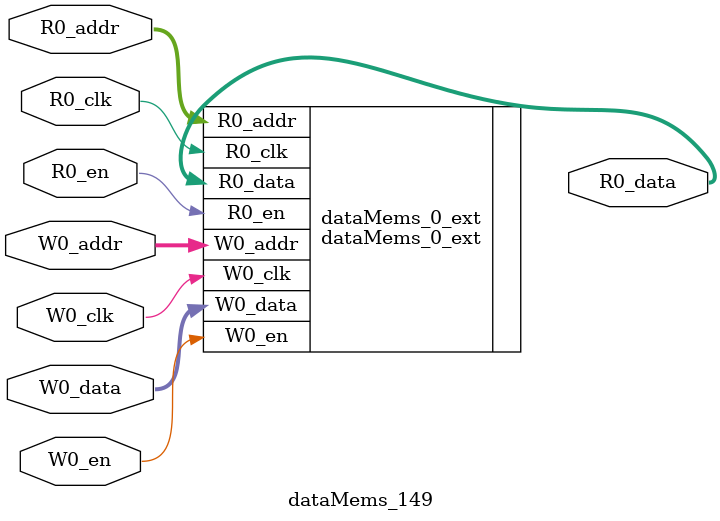
<source format=sv>
`ifndef RANDOMIZE
  `ifdef RANDOMIZE_REG_INIT
    `define RANDOMIZE
  `endif // RANDOMIZE_REG_INIT
`endif // not def RANDOMIZE
`ifndef RANDOMIZE
  `ifdef RANDOMIZE_MEM_INIT
    `define RANDOMIZE
  `endif // RANDOMIZE_MEM_INIT
`endif // not def RANDOMIZE

`ifndef RANDOM
  `define RANDOM $random
`endif // not def RANDOM

// Users can define 'PRINTF_COND' to add an extra gate to prints.
`ifndef PRINTF_COND_
  `ifdef PRINTF_COND
    `define PRINTF_COND_ (`PRINTF_COND)
  `else  // PRINTF_COND
    `define PRINTF_COND_ 1
  `endif // PRINTF_COND
`endif // not def PRINTF_COND_

// Users can define 'ASSERT_VERBOSE_COND' to add an extra gate to assert error printing.
`ifndef ASSERT_VERBOSE_COND_
  `ifdef ASSERT_VERBOSE_COND
    `define ASSERT_VERBOSE_COND_ (`ASSERT_VERBOSE_COND)
  `else  // ASSERT_VERBOSE_COND
    `define ASSERT_VERBOSE_COND_ 1
  `endif // ASSERT_VERBOSE_COND
`endif // not def ASSERT_VERBOSE_COND_

// Users can define 'STOP_COND' to add an extra gate to stop conditions.
`ifndef STOP_COND_
  `ifdef STOP_COND
    `define STOP_COND_ (`STOP_COND)
  `else  // STOP_COND
    `define STOP_COND_ 1
  `endif // STOP_COND
`endif // not def STOP_COND_

// Users can define INIT_RANDOM as general code that gets injected into the
// initializer block for modules with registers.
`ifndef INIT_RANDOM
  `define INIT_RANDOM
`endif // not def INIT_RANDOM

// If using random initialization, you can also define RANDOMIZE_DELAY to
// customize the delay used, otherwise 0.002 is used.
`ifndef RANDOMIZE_DELAY
  `define RANDOMIZE_DELAY 0.002
`endif // not def RANDOMIZE_DELAY

// Define INIT_RANDOM_PROLOG_ for use in our modules below.
`ifndef INIT_RANDOM_PROLOG_
  `ifdef RANDOMIZE
    `ifdef VERILATOR
      `define INIT_RANDOM_PROLOG_ `INIT_RANDOM
    `else  // VERILATOR
      `define INIT_RANDOM_PROLOG_ `INIT_RANDOM #`RANDOMIZE_DELAY begin end
    `endif // VERILATOR
  `else  // RANDOMIZE
    `define INIT_RANDOM_PROLOG_
  `endif // RANDOMIZE
`endif // not def INIT_RANDOM_PROLOG_

// Include register initializers in init blocks unless synthesis is set
`ifndef SYNTHESIS
  `ifndef ENABLE_INITIAL_REG_
    `define ENABLE_INITIAL_REG_
  `endif // not def ENABLE_INITIAL_REG_
`endif // not def SYNTHESIS

// Include rmemory initializers in init blocks unless synthesis is set
`ifndef SYNTHESIS
  `ifndef ENABLE_INITIAL_MEM_
    `define ENABLE_INITIAL_MEM_
  `endif // not def ENABLE_INITIAL_MEM_
`endif // not def SYNTHESIS

module dataMems_149(	// @[generators/ara/src/main/scala/UnsafeAXI4ToTL.scala:365:62]
  input  [4:0]  R0_addr,
  input         R0_en,
  input         R0_clk,
  output [66:0] R0_data,
  input  [4:0]  W0_addr,
  input         W0_en,
  input         W0_clk,
  input  [66:0] W0_data
);

  dataMems_0_ext dataMems_0_ext (	// @[generators/ara/src/main/scala/UnsafeAXI4ToTL.scala:365:62]
    .R0_addr (R0_addr),
    .R0_en   (R0_en),
    .R0_clk  (R0_clk),
    .R0_data (R0_data),
    .W0_addr (W0_addr),
    .W0_en   (W0_en),
    .W0_clk  (W0_clk),
    .W0_data (W0_data)
  );
endmodule


</source>
